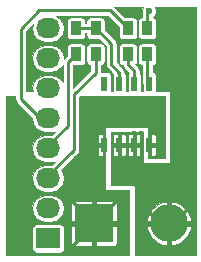
<source format=gtl>
G04 #@! TF.FileFunction,Copper,L1,Top,Signal*
%FSLAX46Y46*%
G04 Gerber Fmt 4.6, Leading zero omitted, Abs format (unit mm)*
G04 Created by KiCad (PCBNEW (2015-07-02 BZR 5871, Git 766da1e)-product) date 7/17/2015 2:49:37 PM*
%MOMM*%
G01*
G04 APERTURE LIST*
%ADD10C,0.100000*%
%ADD11R,0.510000X1.300000*%
%ADD12R,0.900000X1.200000*%
%ADD13R,2.032000X1.727200*%
%ADD14O,2.032000X1.727200*%
%ADD15R,3.200000X3.200000*%
%ADD16O,3.200000X3.200000*%
%ADD17C,0.600000*%
%ADD18C,1.000000*%
%ADD19C,0.400000*%
%ADD20C,0.250000*%
%ADD21C,0.125000*%
G04 APERTURE END LIST*
D10*
D11*
X162604100Y-106966780D03*
X161334100Y-106966780D03*
X160064100Y-106966780D03*
X158794100Y-106966780D03*
X158794100Y-112166780D03*
X160064100Y-112166780D03*
X161334100Y-112166780D03*
X162604100Y-112166780D03*
D12*
X162433000Y-102278000D03*
X162433000Y-104478000D03*
X160782000Y-102278000D03*
X160782000Y-104478000D03*
D13*
X154051000Y-120078500D03*
D14*
X154051000Y-117538500D03*
X154051000Y-114998500D03*
X154051000Y-112458500D03*
X154051000Y-109918500D03*
X154051000Y-107378500D03*
X154051000Y-104838500D03*
X154051000Y-102298500D03*
D12*
X156400500Y-104478000D03*
X156400500Y-102278000D03*
X158051500Y-104478000D03*
X158051500Y-102278000D03*
D15*
X157924500Y-118808500D03*
D16*
X164274500Y-118808500D03*
D17*
X161798000Y-116586000D03*
X163004500Y-116840000D03*
X163830000Y-116141500D03*
X162623500Y-116141500D03*
D18*
X165417500Y-115062000D03*
X165417500Y-113792000D03*
X165417500Y-116332000D03*
D19*
X164719000Y-115697000D03*
X164744400Y-114427000D03*
D17*
X163893500Y-114744500D03*
X162623500Y-114789320D03*
X166103300Y-117284500D03*
X165912800Y-120523000D03*
X164287200Y-121031000D03*
X162699700Y-120548400D03*
X162026600Y-118821200D03*
X162115500Y-117449600D03*
D19*
X161493200Y-114782600D03*
X162636200Y-113868200D03*
X161925000Y-111125000D03*
X161925000Y-112141000D03*
X161340800Y-111125000D03*
X161353500Y-113284000D03*
X161925000Y-113284000D03*
X161334100Y-112166780D03*
D18*
X165417500Y-112522000D03*
X165417500Y-102362000D03*
X165417500Y-103632000D03*
X164147500Y-102362000D03*
X165417500Y-104902000D03*
X164147500Y-103632000D03*
X164147500Y-104902000D03*
X165417500Y-106172000D03*
X164147500Y-106172000D03*
X165417500Y-107442000D03*
X165417500Y-109982000D03*
X165417500Y-111252000D03*
X165417500Y-108712000D03*
D17*
X155638500Y-118795800D03*
X155638500Y-117602000D03*
X160248600Y-118808500D03*
X160210500Y-117665500D03*
X157924500Y-116497100D03*
X156845000Y-116522500D03*
X160210500Y-116522500D03*
X159067500Y-116459000D03*
X158369000Y-114808000D03*
X157543500Y-115379500D03*
X156464000Y-115379500D03*
X156464000Y-114363500D03*
X156464000Y-113347500D03*
X157543500Y-114363500D03*
X155790900Y-120954800D03*
X160147000Y-120954800D03*
X155752800Y-116586000D03*
X157924500Y-121081800D03*
D19*
X158178500Y-108648500D03*
X158178500Y-110045500D03*
D18*
X158813500Y-109347000D03*
D19*
X156908500Y-108648500D03*
X159448500Y-110045500D03*
D18*
X160083500Y-109347000D03*
D19*
X159448500Y-108648500D03*
X158794100Y-112166780D03*
D17*
X157543500Y-112331500D03*
X157543500Y-111379000D03*
D18*
X157543500Y-109347000D03*
D17*
X157543500Y-110426500D03*
X157543500Y-113347500D03*
X162560000Y-100838000D03*
D20*
X162623500Y-116141500D02*
X162242500Y-116141500D01*
X162242500Y-116141500D02*
X161798000Y-116586000D01*
X163830000Y-116141500D02*
X162623500Y-116141500D01*
X165417500Y-115062000D02*
X165417500Y-113792000D01*
X165417500Y-116332000D02*
X165417500Y-115062000D01*
X165404800Y-115697000D02*
X164719000Y-115697000D01*
X165417500Y-115684300D02*
X165404800Y-115697000D01*
X165417500Y-115684300D02*
X165417500Y-115062000D01*
X165417500Y-113792000D02*
X165417500Y-114058700D01*
X165417500Y-114058700D02*
X165049200Y-114427000D01*
X165049200Y-114427000D02*
X164744400Y-114427000D01*
X162623500Y-114789320D02*
X163848680Y-114789320D01*
X163848680Y-114789320D02*
X163893500Y-114744500D01*
X162623500Y-114789320D02*
X162623500Y-114808000D01*
X164274500Y-118808500D02*
X164579300Y-118808500D01*
X164579300Y-118808500D02*
X166103300Y-117284500D01*
X164287200Y-121031000D02*
X163182300Y-121031000D01*
X163182300Y-121031000D02*
X162699700Y-120548400D01*
X164274500Y-118808500D02*
X163474400Y-118808500D01*
X163474400Y-118808500D02*
X162115500Y-117449600D01*
X162623500Y-114808000D02*
X162623500Y-113880900D01*
X162623500Y-113880900D02*
X162636200Y-113868200D01*
X161340800Y-111125000D02*
X161925000Y-111125000D01*
X161925000Y-111125000D02*
X161925000Y-112141000D01*
X161334100Y-112166780D02*
X161334100Y-113264600D01*
X161334100Y-113264600D02*
X161353500Y-113284000D01*
X161925000Y-113284000D02*
X161925000Y-112141000D01*
X161899220Y-112166780D02*
X161925000Y-112141000D01*
X161899220Y-112166780D02*
X161334100Y-112166780D01*
X165417500Y-113792000D02*
X165417500Y-112522000D01*
X164147500Y-102362000D02*
X165417500Y-102362000D01*
X165417500Y-102362000D02*
X165417500Y-103632000D01*
X164147500Y-103632000D02*
X165417500Y-103632000D01*
X165417500Y-103632000D02*
X165417500Y-104902000D01*
X165417500Y-104902000D02*
X164147500Y-104902000D01*
X165417500Y-106172000D02*
X164147500Y-106172000D01*
X165417500Y-106172000D02*
X165417500Y-107442000D01*
X165417500Y-108712000D02*
X165417500Y-109982000D01*
X165417500Y-111252000D02*
X165417500Y-112522000D01*
X164274500Y-115506500D02*
X165417500Y-114363500D01*
X164274500Y-115506500D02*
X164274500Y-118808500D01*
X165417500Y-114363500D02*
X165417500Y-112522000D01*
X165417500Y-109982000D02*
X165417500Y-111252000D01*
X165417500Y-107442000D02*
X165417500Y-108712000D01*
X165417500Y-104902000D02*
X165417500Y-106172000D01*
X164274500Y-118808500D02*
X164211000Y-118808500D01*
X160248600Y-118808500D02*
X160248600Y-117703600D01*
X157924500Y-118808500D02*
X160248600Y-118808500D01*
X160248600Y-117703600D02*
X160210500Y-117665500D01*
X157924500Y-118808500D02*
X160210500Y-116522500D01*
X157543500Y-114363500D02*
X157924500Y-114363500D01*
X157924500Y-114363500D02*
X158369000Y-114808000D01*
X157543500Y-115379500D02*
X157543500Y-114363500D01*
X156464000Y-113347500D02*
X156464000Y-114363500D01*
X156464000Y-114363500D02*
X157543500Y-114363500D01*
X157924500Y-118808500D02*
X157924500Y-118821200D01*
X157924500Y-118821200D02*
X155790900Y-120954800D01*
X157924500Y-118808500D02*
X157924500Y-118757700D01*
X157924500Y-118757700D02*
X155752800Y-116586000D01*
X157924500Y-118808500D02*
X157924500Y-121081800D01*
X158178500Y-108648500D02*
X158178500Y-110045500D01*
X156908500Y-108648500D02*
X158178500Y-108648500D01*
X158178500Y-109347000D02*
X158178500Y-108648500D01*
X158178500Y-109347000D02*
X158813500Y-109347000D01*
X159448500Y-108648500D02*
X159448500Y-110045500D01*
X159448500Y-109347000D02*
X159448500Y-110045500D01*
X160083500Y-109347000D02*
X158813500Y-109347000D01*
X160083500Y-109347000D02*
X159448500Y-109347000D01*
X158794100Y-109366400D02*
X158794100Y-112166780D01*
X158813500Y-109347000D02*
X158794100Y-109366400D01*
X156591000Y-115443000D02*
X156591000Y-113919000D01*
X157543500Y-114363500D02*
X157543500Y-114490500D01*
X157543500Y-109347000D02*
X157543500Y-113347500D01*
X158813500Y-109347000D02*
X157543500Y-109347000D01*
X157543500Y-114490500D02*
X156591000Y-115443000D01*
X157543500Y-112966500D02*
X157543500Y-110426500D01*
X156591000Y-113919000D02*
X157543500Y-112966500D01*
X157543500Y-111379000D02*
X157543500Y-110426500D01*
X157543500Y-112331500D02*
X157543500Y-111379000D01*
X162433000Y-100965000D02*
X162433000Y-102278000D01*
X162560000Y-100838000D02*
X162433000Y-100965000D01*
X154051000Y-107378500D02*
X154157500Y-107378500D01*
X162433000Y-104478000D02*
X162433000Y-106795680D01*
X162433000Y-106795680D02*
X162604100Y-106966780D01*
X160782000Y-104478000D02*
X160782000Y-105346500D01*
X161334100Y-105898600D02*
X161334100Y-106966780D01*
X160782000Y-105346500D02*
X161334100Y-105898600D01*
X161334100Y-106445400D02*
X161334100Y-106966780D01*
X156400500Y-102278000D02*
X158051500Y-102278000D01*
X158051500Y-102278000D02*
X159385000Y-103611500D01*
X159385000Y-103611500D02*
X159385000Y-105346500D01*
X159385000Y-105346500D02*
X160064100Y-106025600D01*
X160064100Y-106025600D02*
X160064100Y-106966780D01*
X154051000Y-112458500D02*
X154051000Y-112204500D01*
X154051000Y-112204500D02*
X155702000Y-110553500D01*
X155702000Y-110553500D02*
X155702000Y-105176500D01*
X155702000Y-105176500D02*
X156400500Y-104478000D01*
X154051000Y-109918500D02*
X153352500Y-109918500D01*
X153352500Y-109918500D02*
X151701500Y-108267500D01*
X151701500Y-108267500D02*
X151701500Y-102362000D01*
X151701500Y-102362000D02*
X153289000Y-100774500D01*
X153289000Y-100774500D02*
X159278500Y-100774500D01*
X159278500Y-100774500D02*
X160782000Y-102278000D01*
X154051000Y-114998500D02*
X154051000Y-114744500D01*
X154051000Y-114744500D02*
X156210000Y-112585500D01*
X158051500Y-106045000D02*
X158051500Y-104478000D01*
X156210000Y-107886500D02*
X158051500Y-106045000D01*
X156210000Y-112585500D02*
X156210000Y-107886500D01*
X154051000Y-114998500D02*
X154241500Y-114998500D01*
D21*
G36*
X151260000Y-108267495D02*
X151259999Y-108267500D01*
X151293607Y-108436455D01*
X151389312Y-108579688D01*
X152698323Y-109888698D01*
X152692395Y-109918500D01*
X152782225Y-110370105D01*
X153038038Y-110752957D01*
X153420890Y-111008770D01*
X153872495Y-111098600D01*
X154229505Y-111098600D01*
X154607765Y-111023359D01*
X154332281Y-111298843D01*
X154229505Y-111278400D01*
X153872495Y-111278400D01*
X153420890Y-111368230D01*
X153038038Y-111624043D01*
X152782225Y-112006895D01*
X152692395Y-112458500D01*
X152782225Y-112910105D01*
X153038038Y-113292957D01*
X153420890Y-113548770D01*
X153872495Y-113638600D01*
X154229505Y-113638600D01*
X154607765Y-113563359D01*
X154332281Y-113838843D01*
X154229505Y-113818400D01*
X153872495Y-113818400D01*
X153420890Y-113908230D01*
X153038038Y-114164043D01*
X152782225Y-114546895D01*
X152692395Y-114998500D01*
X152782225Y-115450105D01*
X153038038Y-115832957D01*
X153420890Y-116088770D01*
X153872495Y-116178600D01*
X154229505Y-116178600D01*
X154681110Y-116088770D01*
X155063962Y-115832957D01*
X155319775Y-115450105D01*
X155409605Y-114998500D01*
X155319775Y-114546895D01*
X155140815Y-114279061D01*
X156522188Y-112897688D01*
X156617893Y-112754455D01*
X156651500Y-112585500D01*
X156651500Y-112358280D01*
X158301725Y-112358280D01*
X158222600Y-112437405D01*
X158222600Y-112879736D01*
X158270784Y-112996063D01*
X158359817Y-113085096D01*
X158476144Y-113133280D01*
X158587475Y-113133280D01*
X158666600Y-113054155D01*
X158666600Y-112358280D01*
X158301725Y-112358280D01*
X156651500Y-112358280D01*
X156651500Y-111200280D01*
X158476144Y-111200280D01*
X158359817Y-111248464D01*
X158270784Y-111337497D01*
X158222600Y-111453824D01*
X158222600Y-111896155D01*
X158301725Y-111975280D01*
X158666600Y-111975280D01*
X158666600Y-111279405D01*
X158587475Y-111200280D01*
X158476144Y-111200280D01*
X156651500Y-111200280D01*
X156651500Y-108069376D01*
X156708376Y-108012500D01*
X163894500Y-108012500D01*
X163894500Y-113285000D01*
X162495500Y-113285000D01*
X162495500Y-112358280D01*
X162731600Y-112358280D01*
X162731600Y-113054155D01*
X162810725Y-113133280D01*
X162922056Y-113133280D01*
X163038383Y-113085096D01*
X163127416Y-112996063D01*
X163175600Y-112879736D01*
X163175600Y-112437405D01*
X163096475Y-112358280D01*
X162731600Y-112358280D01*
X162495500Y-112358280D01*
X162495500Y-111200280D01*
X162810725Y-111200280D01*
X162731600Y-111279405D01*
X162731600Y-111975280D01*
X163096475Y-111975280D01*
X163175600Y-111896155D01*
X163175600Y-111453824D01*
X163127416Y-111337497D01*
X163038383Y-111248464D01*
X162922056Y-111200280D01*
X162810725Y-111200280D01*
X162495500Y-111200280D01*
X162495500Y-110680500D01*
X162490742Y-110656582D01*
X162477194Y-110636306D01*
X162456918Y-110622758D01*
X162433000Y-110618000D01*
X162050851Y-110618000D01*
X162028189Y-110608590D01*
X161822713Y-110608410D01*
X161799503Y-110618000D01*
X161466651Y-110618000D01*
X161443989Y-110608590D01*
X161238513Y-110608410D01*
X161215303Y-110618000D01*
X158940500Y-110618000D01*
X158916582Y-110622758D01*
X158896306Y-110636306D01*
X158882758Y-110656582D01*
X158878000Y-110680500D01*
X158878000Y-115951000D01*
X158882758Y-115974918D01*
X158896306Y-115995194D01*
X158916582Y-116008742D01*
X158940500Y-116013500D01*
X160910000Y-116013500D01*
X160910000Y-121476500D01*
X150430792Y-121476500D01*
X150442868Y-118892199D01*
X153035000Y-118892199D01*
X152914320Y-118915614D01*
X152808253Y-118985289D01*
X152737252Y-119090473D01*
X152712299Y-119214900D01*
X152712299Y-120942100D01*
X152735714Y-121062780D01*
X152805389Y-121168847D01*
X152910573Y-121239848D01*
X153035000Y-121264801D01*
X155067000Y-121264801D01*
X155187680Y-121241386D01*
X155293747Y-121171711D01*
X155364748Y-121066527D01*
X155389701Y-120942100D01*
X155389701Y-119214900D01*
X155366286Y-119094220D01*
X155304394Y-119000000D01*
X156087125Y-119000000D01*
X156008000Y-119079125D01*
X156008000Y-120471456D01*
X156056184Y-120587783D01*
X156145217Y-120676816D01*
X156261544Y-120725000D01*
X157653875Y-120725000D01*
X157733000Y-120645875D01*
X157733000Y-119000000D01*
X158116000Y-119000000D01*
X157733000Y-119000000D01*
X157733000Y-119000000D01*
X158116000Y-119000000D01*
X158116000Y-120645875D01*
X158195125Y-120725000D01*
X159587456Y-120725000D01*
X159703783Y-120676816D01*
X159792816Y-120587783D01*
X159841000Y-120471456D01*
X159841000Y-119079125D01*
X159761875Y-119000000D01*
X158116000Y-119000000D01*
X157733000Y-119000000D01*
X157733000Y-119000000D01*
X156087125Y-119000000D01*
X155304394Y-119000000D01*
X155296611Y-118988153D01*
X155191427Y-118917152D01*
X155067000Y-118892199D01*
X153035000Y-118892199D01*
X150442868Y-118892199D01*
X150454708Y-116358400D01*
X153872495Y-116358400D01*
X153420890Y-116448230D01*
X153038038Y-116704043D01*
X152782225Y-117086895D01*
X152692395Y-117538500D01*
X152782225Y-117990105D01*
X153038038Y-118372957D01*
X153420890Y-118628770D01*
X153872495Y-118718600D01*
X154229505Y-118718600D01*
X154681110Y-118628770D01*
X155063962Y-118372957D01*
X155319775Y-117990105D01*
X155409605Y-117538500D01*
X155319775Y-117086895D01*
X155189551Y-116892000D01*
X156261544Y-116892000D01*
X156145217Y-116940184D01*
X156056184Y-117029217D01*
X156008000Y-117145544D01*
X156008000Y-118537875D01*
X156087125Y-118617000D01*
X157733000Y-118617000D01*
X157733000Y-116971125D01*
X157653875Y-116892000D01*
X158195125Y-116892000D01*
X157653875Y-116892000D01*
X157653875Y-116892000D01*
X158195125Y-116892000D01*
X158116000Y-116971125D01*
X158116000Y-118617000D01*
X159761875Y-118617000D01*
X159841000Y-118537875D01*
X159841000Y-117145544D01*
X159792816Y-117029217D01*
X159703783Y-116940184D01*
X159587456Y-116892000D01*
X158195125Y-116892000D01*
X157653875Y-116892000D01*
X157653875Y-116892000D01*
X156261544Y-116892000D01*
X155189551Y-116892000D01*
X155063962Y-116704043D01*
X154681110Y-116448230D01*
X154229505Y-116358400D01*
X153872495Y-116358400D01*
X150454708Y-116358400D01*
X150493708Y-108012500D01*
X151260000Y-108012500D01*
X151260000Y-108267495D01*
X151260000Y-108267495D01*
G37*
X151260000Y-108267495D02*
X151259999Y-108267500D01*
X151293607Y-108436455D01*
X151389312Y-108579688D01*
X152698323Y-109888698D01*
X152692395Y-109918500D01*
X152782225Y-110370105D01*
X153038038Y-110752957D01*
X153420890Y-111008770D01*
X153872495Y-111098600D01*
X154229505Y-111098600D01*
X154607765Y-111023359D01*
X154332281Y-111298843D01*
X154229505Y-111278400D01*
X153872495Y-111278400D01*
X153420890Y-111368230D01*
X153038038Y-111624043D01*
X152782225Y-112006895D01*
X152692395Y-112458500D01*
X152782225Y-112910105D01*
X153038038Y-113292957D01*
X153420890Y-113548770D01*
X153872495Y-113638600D01*
X154229505Y-113638600D01*
X154607765Y-113563359D01*
X154332281Y-113838843D01*
X154229505Y-113818400D01*
X153872495Y-113818400D01*
X153420890Y-113908230D01*
X153038038Y-114164043D01*
X152782225Y-114546895D01*
X152692395Y-114998500D01*
X152782225Y-115450105D01*
X153038038Y-115832957D01*
X153420890Y-116088770D01*
X153872495Y-116178600D01*
X154229505Y-116178600D01*
X154681110Y-116088770D01*
X155063962Y-115832957D01*
X155319775Y-115450105D01*
X155409605Y-114998500D01*
X155319775Y-114546895D01*
X155140815Y-114279061D01*
X156522188Y-112897688D01*
X156617893Y-112754455D01*
X156651500Y-112585500D01*
X156651500Y-112358280D01*
X158301725Y-112358280D01*
X158222600Y-112437405D01*
X158222600Y-112879736D01*
X158270784Y-112996063D01*
X158359817Y-113085096D01*
X158476144Y-113133280D01*
X158587475Y-113133280D01*
X158666600Y-113054155D01*
X158666600Y-112358280D01*
X158301725Y-112358280D01*
X156651500Y-112358280D01*
X156651500Y-111200280D01*
X158476144Y-111200280D01*
X158359817Y-111248464D01*
X158270784Y-111337497D01*
X158222600Y-111453824D01*
X158222600Y-111896155D01*
X158301725Y-111975280D01*
X158666600Y-111975280D01*
X158666600Y-111279405D01*
X158587475Y-111200280D01*
X158476144Y-111200280D01*
X156651500Y-111200280D01*
X156651500Y-108069376D01*
X156708376Y-108012500D01*
X163894500Y-108012500D01*
X163894500Y-113285000D01*
X162495500Y-113285000D01*
X162495500Y-112358280D01*
X162731600Y-112358280D01*
X162731600Y-113054155D01*
X162810725Y-113133280D01*
X162922056Y-113133280D01*
X163038383Y-113085096D01*
X163127416Y-112996063D01*
X163175600Y-112879736D01*
X163175600Y-112437405D01*
X163096475Y-112358280D01*
X162731600Y-112358280D01*
X162495500Y-112358280D01*
X162495500Y-111200280D01*
X162810725Y-111200280D01*
X162731600Y-111279405D01*
X162731600Y-111975280D01*
X163096475Y-111975280D01*
X163175600Y-111896155D01*
X163175600Y-111453824D01*
X163127416Y-111337497D01*
X163038383Y-111248464D01*
X162922056Y-111200280D01*
X162810725Y-111200280D01*
X162495500Y-111200280D01*
X162495500Y-110680500D01*
X162490742Y-110656582D01*
X162477194Y-110636306D01*
X162456918Y-110622758D01*
X162433000Y-110618000D01*
X162050851Y-110618000D01*
X162028189Y-110608590D01*
X161822713Y-110608410D01*
X161799503Y-110618000D01*
X161466651Y-110618000D01*
X161443989Y-110608590D01*
X161238513Y-110608410D01*
X161215303Y-110618000D01*
X158940500Y-110618000D01*
X158916582Y-110622758D01*
X158896306Y-110636306D01*
X158882758Y-110656582D01*
X158878000Y-110680500D01*
X158878000Y-115951000D01*
X158882758Y-115974918D01*
X158896306Y-115995194D01*
X158916582Y-116008742D01*
X158940500Y-116013500D01*
X160910000Y-116013500D01*
X160910000Y-121476500D01*
X150430792Y-121476500D01*
X150442868Y-118892199D01*
X153035000Y-118892199D01*
X152914320Y-118915614D01*
X152808253Y-118985289D01*
X152737252Y-119090473D01*
X152712299Y-119214900D01*
X152712299Y-120942100D01*
X152735714Y-121062780D01*
X152805389Y-121168847D01*
X152910573Y-121239848D01*
X153035000Y-121264801D01*
X155067000Y-121264801D01*
X155187680Y-121241386D01*
X155293747Y-121171711D01*
X155364748Y-121066527D01*
X155389701Y-120942100D01*
X155389701Y-119214900D01*
X155366286Y-119094220D01*
X155304394Y-119000000D01*
X156087125Y-119000000D01*
X156008000Y-119079125D01*
X156008000Y-120471456D01*
X156056184Y-120587783D01*
X156145217Y-120676816D01*
X156261544Y-120725000D01*
X157653875Y-120725000D01*
X157733000Y-120645875D01*
X157733000Y-119000000D01*
X158116000Y-119000000D01*
X157733000Y-119000000D01*
X157733000Y-119000000D01*
X158116000Y-119000000D01*
X158116000Y-120645875D01*
X158195125Y-120725000D01*
X159587456Y-120725000D01*
X159703783Y-120676816D01*
X159792816Y-120587783D01*
X159841000Y-120471456D01*
X159841000Y-119079125D01*
X159761875Y-119000000D01*
X158116000Y-119000000D01*
X157733000Y-119000000D01*
X157733000Y-119000000D01*
X156087125Y-119000000D01*
X155304394Y-119000000D01*
X155296611Y-118988153D01*
X155191427Y-118917152D01*
X155067000Y-118892199D01*
X153035000Y-118892199D01*
X150442868Y-118892199D01*
X150454708Y-116358400D01*
X153872495Y-116358400D01*
X153420890Y-116448230D01*
X153038038Y-116704043D01*
X152782225Y-117086895D01*
X152692395Y-117538500D01*
X152782225Y-117990105D01*
X153038038Y-118372957D01*
X153420890Y-118628770D01*
X153872495Y-118718600D01*
X154229505Y-118718600D01*
X154681110Y-118628770D01*
X155063962Y-118372957D01*
X155319775Y-117990105D01*
X155409605Y-117538500D01*
X155319775Y-117086895D01*
X155189551Y-116892000D01*
X156261544Y-116892000D01*
X156145217Y-116940184D01*
X156056184Y-117029217D01*
X156008000Y-117145544D01*
X156008000Y-118537875D01*
X156087125Y-118617000D01*
X157733000Y-118617000D01*
X157733000Y-116971125D01*
X157653875Y-116892000D01*
X158195125Y-116892000D01*
X157653875Y-116892000D01*
X157653875Y-116892000D01*
X158195125Y-116892000D01*
X158116000Y-116971125D01*
X158116000Y-118617000D01*
X159761875Y-118617000D01*
X159841000Y-118537875D01*
X159841000Y-117145544D01*
X159792816Y-117029217D01*
X159703783Y-116940184D01*
X159587456Y-116892000D01*
X158195125Y-116892000D01*
X157653875Y-116892000D01*
X157653875Y-116892000D01*
X156261544Y-116892000D01*
X155189551Y-116892000D01*
X155063962Y-116704043D01*
X154681110Y-116448230D01*
X154229505Y-116358400D01*
X153872495Y-116358400D01*
X150454708Y-116358400D01*
X150493708Y-108012500D01*
X151260000Y-108012500D01*
X151260000Y-108267495D01*
G36*
X166561500Y-121476500D02*
X161352500Y-121476500D01*
X161352500Y-119000000D01*
X162446705Y-119000000D01*
X162421015Y-119295950D01*
X162748642Y-119968143D01*
X163308567Y-120463791D01*
X163787052Y-120661974D01*
X164083000Y-120635868D01*
X164083000Y-119000000D01*
X164466000Y-119000000D01*
X164466000Y-120635868D01*
X164761948Y-120661974D01*
X165240433Y-120463791D01*
X165800358Y-119968143D01*
X166127985Y-119295950D01*
X166102295Y-119000000D01*
X164466000Y-119000000D01*
X164083000Y-119000000D01*
X164083000Y-119000000D01*
X162446705Y-119000000D01*
X161352500Y-119000000D01*
X161352500Y-117153209D01*
X163308567Y-117153209D01*
X162748642Y-117648857D01*
X162421015Y-118321050D01*
X162446705Y-118617000D01*
X164083000Y-118617000D01*
X164083000Y-116981132D01*
X164466000Y-116981132D01*
X164466000Y-118617000D01*
X166102295Y-118617000D01*
X166127985Y-118321050D01*
X165800358Y-117648857D01*
X165240433Y-117153209D01*
X164761948Y-116955026D01*
X164466000Y-116981132D01*
X164083000Y-116981132D01*
X164083000Y-116981132D01*
X163787052Y-116955026D01*
X163308567Y-117153209D01*
X161352500Y-117153209D01*
X161352500Y-115633500D01*
X161347742Y-115609582D01*
X161334194Y-115589306D01*
X161313918Y-115575758D01*
X161290000Y-115571000D01*
X159320500Y-115571000D01*
X159320500Y-112980240D01*
X159346848Y-112941207D01*
X159371801Y-112816780D01*
X159371801Y-112358280D01*
X159571725Y-112358280D01*
X159492600Y-112437405D01*
X159492600Y-112879736D01*
X159540784Y-112996063D01*
X159629817Y-113085096D01*
X159746144Y-113133280D01*
X159857475Y-113133280D01*
X159936600Y-113054155D01*
X159936600Y-112358280D01*
X160191600Y-112358280D01*
X160191600Y-113054155D01*
X160270725Y-113133280D01*
X160382056Y-113133280D01*
X160498383Y-113085096D01*
X160587416Y-112996063D01*
X160635600Y-112879736D01*
X160635600Y-112437405D01*
X160556475Y-112358280D01*
X160841725Y-112358280D01*
X160762600Y-112437405D01*
X160762600Y-112879736D01*
X160810784Y-112996063D01*
X160899817Y-113085096D01*
X161016144Y-113133280D01*
X161127475Y-113133280D01*
X161206600Y-113054155D01*
X161206600Y-112358280D01*
X161461600Y-112358280D01*
X161206600Y-112358280D01*
X161206600Y-112358280D01*
X161461600Y-112358280D01*
X161461600Y-113054155D01*
X161540725Y-113133280D01*
X161652056Y-113133280D01*
X161768383Y-113085096D01*
X161857416Y-112996063D01*
X161905600Y-112879736D01*
X161905600Y-112437405D01*
X161826475Y-112358280D01*
X161461600Y-112358280D01*
X161206600Y-112358280D01*
X161206600Y-112358280D01*
X160841725Y-112358280D01*
X160556475Y-112358280D01*
X160556475Y-112358280D01*
X160191600Y-112358280D01*
X159936600Y-112358280D01*
X159936600Y-112358280D01*
X159571725Y-112358280D01*
X159371801Y-112358280D01*
X159371801Y-111516780D01*
X159348386Y-111396100D01*
X159320500Y-111353649D01*
X159320500Y-111200280D01*
X159746144Y-111200280D01*
X159629817Y-111248464D01*
X159540784Y-111337497D01*
X159492600Y-111453824D01*
X159492600Y-111896155D01*
X159571725Y-111975280D01*
X159936600Y-111975280D01*
X159936600Y-111279405D01*
X159857475Y-111200280D01*
X160270725Y-111200280D01*
X159857475Y-111200280D01*
X159857475Y-111200280D01*
X160270725Y-111200280D01*
X160191600Y-111279405D01*
X160191600Y-111975280D01*
X160556475Y-111975280D01*
X160635600Y-111896155D01*
X160635600Y-111453824D01*
X160587416Y-111337497D01*
X160498383Y-111248464D01*
X160382056Y-111200280D01*
X161016144Y-111200280D01*
X160382056Y-111200280D01*
X160382056Y-111200280D01*
X161016144Y-111200280D01*
X160899817Y-111248464D01*
X160810784Y-111337497D01*
X160762600Y-111453824D01*
X160762600Y-111896155D01*
X160841725Y-111975280D01*
X161206600Y-111975280D01*
X161206600Y-111279405D01*
X161127475Y-111200280D01*
X161540725Y-111200280D01*
X161127475Y-111200280D01*
X161127475Y-111200280D01*
X161540725Y-111200280D01*
X161461600Y-111279405D01*
X161461600Y-111975280D01*
X161826475Y-111975280D01*
X161905600Y-111896155D01*
X161905600Y-111453824D01*
X161857416Y-111337497D01*
X161768383Y-111248464D01*
X161652056Y-111200280D01*
X161540725Y-111200280D01*
X161127475Y-111200280D01*
X161127475Y-111200280D01*
X161016144Y-111200280D01*
X160382056Y-111200280D01*
X160382056Y-111200280D01*
X160270725Y-111200280D01*
X159857475Y-111200280D01*
X159857475Y-111200280D01*
X159746144Y-111200280D01*
X159320500Y-111200280D01*
X159320500Y-111060500D01*
X162053000Y-111060500D01*
X162053000Y-111389912D01*
X162051352Y-111392353D01*
X162026399Y-111516780D01*
X162026399Y-112816780D01*
X162049814Y-112937460D01*
X162053000Y-112942310D01*
X162053000Y-113665000D01*
X162057758Y-113688918D01*
X162071306Y-113709194D01*
X162091582Y-113722742D01*
X162115500Y-113727500D01*
X164274500Y-113727500D01*
X164298418Y-113722742D01*
X164318694Y-113709194D01*
X164332242Y-113688918D01*
X164337000Y-113665000D01*
X164337000Y-107632500D01*
X164332242Y-107608582D01*
X164318694Y-107588306D01*
X164298418Y-107574758D01*
X164274500Y-107570000D01*
X163181801Y-107570000D01*
X163181801Y-106316780D01*
X163158386Y-106196100D01*
X163088711Y-106090033D01*
X162983527Y-106019032D01*
X162874500Y-105997167D01*
X162874500Y-105400701D01*
X162883000Y-105400701D01*
X163003680Y-105377286D01*
X163109747Y-105307611D01*
X163180748Y-105202427D01*
X163205701Y-105078000D01*
X163205701Y-103878000D01*
X163182286Y-103757320D01*
X163112611Y-103651253D01*
X163007427Y-103580252D01*
X162883000Y-103555299D01*
X161983000Y-103555299D01*
X161862320Y-103578714D01*
X161756253Y-103648389D01*
X161685252Y-103753573D01*
X161660299Y-103878000D01*
X161660299Y-105078000D01*
X161683714Y-105198680D01*
X161753389Y-105304747D01*
X161858573Y-105375748D01*
X161983000Y-105400701D01*
X161991500Y-105400701D01*
X161991500Y-106795675D01*
X161991499Y-106795680D01*
X162025107Y-106964635D01*
X162026399Y-106966569D01*
X162026399Y-107570000D01*
X161911801Y-107570000D01*
X161911801Y-106316780D01*
X161888386Y-106196100D01*
X161818711Y-106090033D01*
X161775600Y-106060932D01*
X161775600Y-105898600D01*
X161741993Y-105729645D01*
X161646288Y-105586412D01*
X161646285Y-105586410D01*
X161403668Y-105343792D01*
X161458747Y-105307611D01*
X161529748Y-105202427D01*
X161554701Y-105078000D01*
X161554701Y-103878000D01*
X161531286Y-103757320D01*
X161461611Y-103651253D01*
X161356427Y-103580252D01*
X161232000Y-103555299D01*
X160332000Y-103555299D01*
X160211320Y-103578714D01*
X160105253Y-103648389D01*
X160034252Y-103753573D01*
X160009299Y-103878000D01*
X160009299Y-105078000D01*
X160032714Y-105198680D01*
X160102389Y-105304747D01*
X160207573Y-105375748D01*
X160332000Y-105400701D01*
X160351280Y-105400701D01*
X160374107Y-105515455D01*
X160469812Y-105658688D01*
X160880080Y-106068955D01*
X160852353Y-106087169D01*
X160781352Y-106192353D01*
X160756399Y-106316780D01*
X160756399Y-107570000D01*
X160641801Y-107570000D01*
X160641801Y-106316780D01*
X160618386Y-106196100D01*
X160548711Y-106090033D01*
X160505600Y-106060932D01*
X160505600Y-106025600D01*
X160471993Y-105856645D01*
X160376288Y-105713412D01*
X160376285Y-105713410D01*
X159826500Y-105163624D01*
X159826500Y-103611505D01*
X159826501Y-103611500D01*
X159792893Y-103442545D01*
X159756962Y-103388770D01*
X159697188Y-103299312D01*
X159697185Y-103299310D01*
X158824201Y-102426325D01*
X158824201Y-101678000D01*
X158800786Y-101557320D01*
X158731111Y-101451253D01*
X158625927Y-101380252D01*
X158501500Y-101355299D01*
X157601500Y-101355299D01*
X157480820Y-101378714D01*
X157374753Y-101448389D01*
X157303752Y-101553573D01*
X157278799Y-101678000D01*
X157278799Y-101836500D01*
X157173201Y-101836500D01*
X157173201Y-101678000D01*
X157149786Y-101557320D01*
X157080111Y-101451253D01*
X156974927Y-101380252D01*
X156850500Y-101355299D01*
X155950500Y-101355299D01*
X155829820Y-101378714D01*
X155723753Y-101448389D01*
X155652752Y-101553573D01*
X155627799Y-101678000D01*
X155627799Y-102878000D01*
X155651214Y-102998680D01*
X155720889Y-103104747D01*
X155826073Y-103175748D01*
X155950500Y-103200701D01*
X156850500Y-103200701D01*
X156971180Y-103177286D01*
X157077247Y-103107611D01*
X157148248Y-103002427D01*
X157173201Y-102878000D01*
X157173201Y-102719500D01*
X157278799Y-102719500D01*
X157278799Y-102878000D01*
X157302214Y-102998680D01*
X157371889Y-103104747D01*
X157477073Y-103175748D01*
X157601500Y-103200701D01*
X158349825Y-103200701D01*
X158943500Y-103794375D01*
X158943500Y-105346495D01*
X158943499Y-105346500D01*
X158977107Y-105515455D01*
X159072812Y-105658688D01*
X159549687Y-106135562D01*
X159511352Y-106192353D01*
X159486399Y-106316780D01*
X159486399Y-107570000D01*
X159371801Y-107570000D01*
X159371801Y-106316780D01*
X159348386Y-106196100D01*
X159278711Y-106090033D01*
X159173527Y-106019032D01*
X159049100Y-105994079D01*
X158539100Y-105994079D01*
X158493000Y-106003024D01*
X158493000Y-105400701D01*
X158501500Y-105400701D01*
X158622180Y-105377286D01*
X158728247Y-105307611D01*
X158799248Y-105202427D01*
X158824201Y-105078000D01*
X158824201Y-103878000D01*
X158800786Y-103757320D01*
X158731111Y-103651253D01*
X158625927Y-103580252D01*
X158501500Y-103555299D01*
X157601500Y-103555299D01*
X157480820Y-103578714D01*
X157374753Y-103648389D01*
X157303752Y-103753573D01*
X157278799Y-103878000D01*
X157278799Y-105078000D01*
X157302214Y-105198680D01*
X157371889Y-105304747D01*
X157477073Y-105375748D01*
X157601500Y-105400701D01*
X157610000Y-105400701D01*
X157610000Y-105862125D01*
X156143500Y-107328624D01*
X156143500Y-105400701D01*
X156850500Y-105400701D01*
X156971180Y-105377286D01*
X157077247Y-105307611D01*
X157148248Y-105202427D01*
X157173201Y-105078000D01*
X157173201Y-103878000D01*
X157149786Y-103757320D01*
X157080111Y-103651253D01*
X156974927Y-103580252D01*
X156850500Y-103555299D01*
X155950500Y-103555299D01*
X155829820Y-103578714D01*
X155723753Y-103648389D01*
X155652752Y-103753573D01*
X155627799Y-103878000D01*
X155627799Y-104626325D01*
X155408110Y-104846014D01*
X155409605Y-104838500D01*
X155319775Y-104386895D01*
X155063962Y-104004043D01*
X154681110Y-103748230D01*
X154229505Y-103658400D01*
X153872495Y-103658400D01*
X153420890Y-103748230D01*
X153038038Y-104004043D01*
X152782225Y-104386895D01*
X152692395Y-104838500D01*
X152782225Y-105290105D01*
X153038038Y-105672957D01*
X153420890Y-105928770D01*
X153872495Y-106018600D01*
X154229505Y-106018600D01*
X154681110Y-105928770D01*
X155063962Y-105672957D01*
X155260500Y-105378816D01*
X155260500Y-106838184D01*
X155063962Y-106544043D01*
X154681110Y-106288230D01*
X154229505Y-106198400D01*
X153872495Y-106198400D01*
X153420890Y-106288230D01*
X153038038Y-106544043D01*
X152782225Y-106926895D01*
X152692395Y-107378500D01*
X152730487Y-107570000D01*
X152143000Y-107570000D01*
X152143000Y-102544876D01*
X152767636Y-101920240D01*
X152692395Y-102298500D01*
X152782225Y-102750105D01*
X153038038Y-103132957D01*
X153420890Y-103388770D01*
X153872495Y-103478600D01*
X154229505Y-103478600D01*
X154681110Y-103388770D01*
X155063962Y-103132957D01*
X155319775Y-102750105D01*
X155409605Y-102298500D01*
X155319775Y-101846895D01*
X155063962Y-101464043D01*
X154692739Y-101216000D01*
X159095624Y-101216000D01*
X160009299Y-102129675D01*
X160009299Y-102878000D01*
X160032714Y-102998680D01*
X160102389Y-103104747D01*
X160207573Y-103175748D01*
X160332000Y-103200701D01*
X161232000Y-103200701D01*
X161352680Y-103177286D01*
X161458747Y-103107611D01*
X161529748Y-103002427D01*
X161554701Y-102878000D01*
X161554701Y-101678000D01*
X161531286Y-101557320D01*
X161461611Y-101451253D01*
X161356427Y-101380252D01*
X161232000Y-101355299D01*
X160483675Y-101355299D01*
X159590688Y-100462312D01*
X159581241Y-100456000D01*
X162070043Y-100456000D01*
X162037661Y-100488325D01*
X161943607Y-100714833D01*
X161943393Y-100960091D01*
X161991500Y-101076519D01*
X161991500Y-101355299D01*
X161983000Y-101355299D01*
X161862320Y-101378714D01*
X161756253Y-101448389D01*
X161685252Y-101553573D01*
X161660299Y-101678000D01*
X161660299Y-102878000D01*
X161683714Y-102998680D01*
X161753389Y-103104747D01*
X161858573Y-103175748D01*
X161983000Y-103200701D01*
X162883000Y-103200701D01*
X163003680Y-103177286D01*
X163109747Y-103107611D01*
X163180748Y-103002427D01*
X163205701Y-102878000D01*
X163205701Y-101678000D01*
X163182286Y-101557320D01*
X163112611Y-101451253D01*
X163007427Y-101380252D01*
X162909165Y-101360546D01*
X163082339Y-101187675D01*
X163176393Y-100961167D01*
X163176607Y-100715909D01*
X163082948Y-100489237D01*
X163049769Y-100456000D01*
X166561500Y-100456000D01*
X166561500Y-121476500D01*
X166561500Y-121476500D01*
G37*
X166561500Y-121476500D02*
X161352500Y-121476500D01*
X161352500Y-119000000D01*
X162446705Y-119000000D01*
X162421015Y-119295950D01*
X162748642Y-119968143D01*
X163308567Y-120463791D01*
X163787052Y-120661974D01*
X164083000Y-120635868D01*
X164083000Y-119000000D01*
X164466000Y-119000000D01*
X164466000Y-120635868D01*
X164761948Y-120661974D01*
X165240433Y-120463791D01*
X165800358Y-119968143D01*
X166127985Y-119295950D01*
X166102295Y-119000000D01*
X164466000Y-119000000D01*
X164083000Y-119000000D01*
X164083000Y-119000000D01*
X162446705Y-119000000D01*
X161352500Y-119000000D01*
X161352500Y-117153209D01*
X163308567Y-117153209D01*
X162748642Y-117648857D01*
X162421015Y-118321050D01*
X162446705Y-118617000D01*
X164083000Y-118617000D01*
X164083000Y-116981132D01*
X164466000Y-116981132D01*
X164466000Y-118617000D01*
X166102295Y-118617000D01*
X166127985Y-118321050D01*
X165800358Y-117648857D01*
X165240433Y-117153209D01*
X164761948Y-116955026D01*
X164466000Y-116981132D01*
X164083000Y-116981132D01*
X164083000Y-116981132D01*
X163787052Y-116955026D01*
X163308567Y-117153209D01*
X161352500Y-117153209D01*
X161352500Y-115633500D01*
X161347742Y-115609582D01*
X161334194Y-115589306D01*
X161313918Y-115575758D01*
X161290000Y-115571000D01*
X159320500Y-115571000D01*
X159320500Y-112980240D01*
X159346848Y-112941207D01*
X159371801Y-112816780D01*
X159371801Y-112358280D01*
X159571725Y-112358280D01*
X159492600Y-112437405D01*
X159492600Y-112879736D01*
X159540784Y-112996063D01*
X159629817Y-113085096D01*
X159746144Y-113133280D01*
X159857475Y-113133280D01*
X159936600Y-113054155D01*
X159936600Y-112358280D01*
X160191600Y-112358280D01*
X160191600Y-113054155D01*
X160270725Y-113133280D01*
X160382056Y-113133280D01*
X160498383Y-113085096D01*
X160587416Y-112996063D01*
X160635600Y-112879736D01*
X160635600Y-112437405D01*
X160556475Y-112358280D01*
X160841725Y-112358280D01*
X160762600Y-112437405D01*
X160762600Y-112879736D01*
X160810784Y-112996063D01*
X160899817Y-113085096D01*
X161016144Y-113133280D01*
X161127475Y-113133280D01*
X161206600Y-113054155D01*
X161206600Y-112358280D01*
X161461600Y-112358280D01*
X161206600Y-112358280D01*
X161206600Y-112358280D01*
X161461600Y-112358280D01*
X161461600Y-113054155D01*
X161540725Y-113133280D01*
X161652056Y-113133280D01*
X161768383Y-113085096D01*
X161857416Y-112996063D01*
X161905600Y-112879736D01*
X161905600Y-112437405D01*
X161826475Y-112358280D01*
X161461600Y-112358280D01*
X161206600Y-112358280D01*
X161206600Y-112358280D01*
X160841725Y-112358280D01*
X160556475Y-112358280D01*
X160556475Y-112358280D01*
X160191600Y-112358280D01*
X159936600Y-112358280D01*
X159936600Y-112358280D01*
X159571725Y-112358280D01*
X159371801Y-112358280D01*
X159371801Y-111516780D01*
X159348386Y-111396100D01*
X159320500Y-111353649D01*
X159320500Y-111200280D01*
X159746144Y-111200280D01*
X159629817Y-111248464D01*
X159540784Y-111337497D01*
X159492600Y-111453824D01*
X159492600Y-111896155D01*
X159571725Y-111975280D01*
X159936600Y-111975280D01*
X159936600Y-111279405D01*
X159857475Y-111200280D01*
X160270725Y-111200280D01*
X159857475Y-111200280D01*
X159857475Y-111200280D01*
X160270725Y-111200280D01*
X160191600Y-111279405D01*
X160191600Y-111975280D01*
X160556475Y-111975280D01*
X160635600Y-111896155D01*
X160635600Y-111453824D01*
X160587416Y-111337497D01*
X160498383Y-111248464D01*
X160382056Y-111200280D01*
X161016144Y-111200280D01*
X160382056Y-111200280D01*
X160382056Y-111200280D01*
X161016144Y-111200280D01*
X160899817Y-111248464D01*
X160810784Y-111337497D01*
X160762600Y-111453824D01*
X160762600Y-111896155D01*
X160841725Y-111975280D01*
X161206600Y-111975280D01*
X161206600Y-111279405D01*
X161127475Y-111200280D01*
X161540725Y-111200280D01*
X161127475Y-111200280D01*
X161127475Y-111200280D01*
X161540725Y-111200280D01*
X161461600Y-111279405D01*
X161461600Y-111975280D01*
X161826475Y-111975280D01*
X161905600Y-111896155D01*
X161905600Y-111453824D01*
X161857416Y-111337497D01*
X161768383Y-111248464D01*
X161652056Y-111200280D01*
X161540725Y-111200280D01*
X161127475Y-111200280D01*
X161127475Y-111200280D01*
X161016144Y-111200280D01*
X160382056Y-111200280D01*
X160382056Y-111200280D01*
X160270725Y-111200280D01*
X159857475Y-111200280D01*
X159857475Y-111200280D01*
X159746144Y-111200280D01*
X159320500Y-111200280D01*
X159320500Y-111060500D01*
X162053000Y-111060500D01*
X162053000Y-111389912D01*
X162051352Y-111392353D01*
X162026399Y-111516780D01*
X162026399Y-112816780D01*
X162049814Y-112937460D01*
X162053000Y-112942310D01*
X162053000Y-113665000D01*
X162057758Y-113688918D01*
X162071306Y-113709194D01*
X162091582Y-113722742D01*
X162115500Y-113727500D01*
X164274500Y-113727500D01*
X164298418Y-113722742D01*
X164318694Y-113709194D01*
X164332242Y-113688918D01*
X164337000Y-113665000D01*
X164337000Y-107632500D01*
X164332242Y-107608582D01*
X164318694Y-107588306D01*
X164298418Y-107574758D01*
X164274500Y-107570000D01*
X163181801Y-107570000D01*
X163181801Y-106316780D01*
X163158386Y-106196100D01*
X163088711Y-106090033D01*
X162983527Y-106019032D01*
X162874500Y-105997167D01*
X162874500Y-105400701D01*
X162883000Y-105400701D01*
X163003680Y-105377286D01*
X163109747Y-105307611D01*
X163180748Y-105202427D01*
X163205701Y-105078000D01*
X163205701Y-103878000D01*
X163182286Y-103757320D01*
X163112611Y-103651253D01*
X163007427Y-103580252D01*
X162883000Y-103555299D01*
X161983000Y-103555299D01*
X161862320Y-103578714D01*
X161756253Y-103648389D01*
X161685252Y-103753573D01*
X161660299Y-103878000D01*
X161660299Y-105078000D01*
X161683714Y-105198680D01*
X161753389Y-105304747D01*
X161858573Y-105375748D01*
X161983000Y-105400701D01*
X161991500Y-105400701D01*
X161991500Y-106795675D01*
X161991499Y-106795680D01*
X162025107Y-106964635D01*
X162026399Y-106966569D01*
X162026399Y-107570000D01*
X161911801Y-107570000D01*
X161911801Y-106316780D01*
X161888386Y-106196100D01*
X161818711Y-106090033D01*
X161775600Y-106060932D01*
X161775600Y-105898600D01*
X161741993Y-105729645D01*
X161646288Y-105586412D01*
X161646285Y-105586410D01*
X161403668Y-105343792D01*
X161458747Y-105307611D01*
X161529748Y-105202427D01*
X161554701Y-105078000D01*
X161554701Y-103878000D01*
X161531286Y-103757320D01*
X161461611Y-103651253D01*
X161356427Y-103580252D01*
X161232000Y-103555299D01*
X160332000Y-103555299D01*
X160211320Y-103578714D01*
X160105253Y-103648389D01*
X160034252Y-103753573D01*
X160009299Y-103878000D01*
X160009299Y-105078000D01*
X160032714Y-105198680D01*
X160102389Y-105304747D01*
X160207573Y-105375748D01*
X160332000Y-105400701D01*
X160351280Y-105400701D01*
X160374107Y-105515455D01*
X160469812Y-105658688D01*
X160880080Y-106068955D01*
X160852353Y-106087169D01*
X160781352Y-106192353D01*
X160756399Y-106316780D01*
X160756399Y-107570000D01*
X160641801Y-107570000D01*
X160641801Y-106316780D01*
X160618386Y-106196100D01*
X160548711Y-106090033D01*
X160505600Y-106060932D01*
X160505600Y-106025600D01*
X160471993Y-105856645D01*
X160376288Y-105713412D01*
X160376285Y-105713410D01*
X159826500Y-105163624D01*
X159826500Y-103611505D01*
X159826501Y-103611500D01*
X159792893Y-103442545D01*
X159756962Y-103388770D01*
X159697188Y-103299312D01*
X159697185Y-103299310D01*
X158824201Y-102426325D01*
X158824201Y-101678000D01*
X158800786Y-101557320D01*
X158731111Y-101451253D01*
X158625927Y-101380252D01*
X158501500Y-101355299D01*
X157601500Y-101355299D01*
X157480820Y-101378714D01*
X157374753Y-101448389D01*
X157303752Y-101553573D01*
X157278799Y-101678000D01*
X157278799Y-101836500D01*
X157173201Y-101836500D01*
X157173201Y-101678000D01*
X157149786Y-101557320D01*
X157080111Y-101451253D01*
X156974927Y-101380252D01*
X156850500Y-101355299D01*
X155950500Y-101355299D01*
X155829820Y-101378714D01*
X155723753Y-101448389D01*
X155652752Y-101553573D01*
X155627799Y-101678000D01*
X155627799Y-102878000D01*
X155651214Y-102998680D01*
X155720889Y-103104747D01*
X155826073Y-103175748D01*
X155950500Y-103200701D01*
X156850500Y-103200701D01*
X156971180Y-103177286D01*
X157077247Y-103107611D01*
X157148248Y-103002427D01*
X157173201Y-102878000D01*
X157173201Y-102719500D01*
X157278799Y-102719500D01*
X157278799Y-102878000D01*
X157302214Y-102998680D01*
X157371889Y-103104747D01*
X157477073Y-103175748D01*
X157601500Y-103200701D01*
X158349825Y-103200701D01*
X158943500Y-103794375D01*
X158943500Y-105346495D01*
X158943499Y-105346500D01*
X158977107Y-105515455D01*
X159072812Y-105658688D01*
X159549687Y-106135562D01*
X159511352Y-106192353D01*
X159486399Y-106316780D01*
X159486399Y-107570000D01*
X159371801Y-107570000D01*
X159371801Y-106316780D01*
X159348386Y-106196100D01*
X159278711Y-106090033D01*
X159173527Y-106019032D01*
X159049100Y-105994079D01*
X158539100Y-105994079D01*
X158493000Y-106003024D01*
X158493000Y-105400701D01*
X158501500Y-105400701D01*
X158622180Y-105377286D01*
X158728247Y-105307611D01*
X158799248Y-105202427D01*
X158824201Y-105078000D01*
X158824201Y-103878000D01*
X158800786Y-103757320D01*
X158731111Y-103651253D01*
X158625927Y-103580252D01*
X158501500Y-103555299D01*
X157601500Y-103555299D01*
X157480820Y-103578714D01*
X157374753Y-103648389D01*
X157303752Y-103753573D01*
X157278799Y-103878000D01*
X157278799Y-105078000D01*
X157302214Y-105198680D01*
X157371889Y-105304747D01*
X157477073Y-105375748D01*
X157601500Y-105400701D01*
X157610000Y-105400701D01*
X157610000Y-105862125D01*
X156143500Y-107328624D01*
X156143500Y-105400701D01*
X156850500Y-105400701D01*
X156971180Y-105377286D01*
X157077247Y-105307611D01*
X157148248Y-105202427D01*
X157173201Y-105078000D01*
X157173201Y-103878000D01*
X157149786Y-103757320D01*
X157080111Y-103651253D01*
X156974927Y-103580252D01*
X156850500Y-103555299D01*
X155950500Y-103555299D01*
X155829820Y-103578714D01*
X155723753Y-103648389D01*
X155652752Y-103753573D01*
X155627799Y-103878000D01*
X155627799Y-104626325D01*
X155408110Y-104846014D01*
X155409605Y-104838500D01*
X155319775Y-104386895D01*
X155063962Y-104004043D01*
X154681110Y-103748230D01*
X154229505Y-103658400D01*
X153872495Y-103658400D01*
X153420890Y-103748230D01*
X153038038Y-104004043D01*
X152782225Y-104386895D01*
X152692395Y-104838500D01*
X152782225Y-105290105D01*
X153038038Y-105672957D01*
X153420890Y-105928770D01*
X153872495Y-106018600D01*
X154229505Y-106018600D01*
X154681110Y-105928770D01*
X155063962Y-105672957D01*
X155260500Y-105378816D01*
X155260500Y-106838184D01*
X155063962Y-106544043D01*
X154681110Y-106288230D01*
X154229505Y-106198400D01*
X153872495Y-106198400D01*
X153420890Y-106288230D01*
X153038038Y-106544043D01*
X152782225Y-106926895D01*
X152692395Y-107378500D01*
X152730487Y-107570000D01*
X152143000Y-107570000D01*
X152143000Y-102544876D01*
X152767636Y-101920240D01*
X152692395Y-102298500D01*
X152782225Y-102750105D01*
X153038038Y-103132957D01*
X153420890Y-103388770D01*
X153872495Y-103478600D01*
X154229505Y-103478600D01*
X154681110Y-103388770D01*
X155063962Y-103132957D01*
X155319775Y-102750105D01*
X155409605Y-102298500D01*
X155319775Y-101846895D01*
X155063962Y-101464043D01*
X154692739Y-101216000D01*
X159095624Y-101216000D01*
X160009299Y-102129675D01*
X160009299Y-102878000D01*
X160032714Y-102998680D01*
X160102389Y-103104747D01*
X160207573Y-103175748D01*
X160332000Y-103200701D01*
X161232000Y-103200701D01*
X161352680Y-103177286D01*
X161458747Y-103107611D01*
X161529748Y-103002427D01*
X161554701Y-102878000D01*
X161554701Y-101678000D01*
X161531286Y-101557320D01*
X161461611Y-101451253D01*
X161356427Y-101380252D01*
X161232000Y-101355299D01*
X160483675Y-101355299D01*
X159590688Y-100462312D01*
X159581241Y-100456000D01*
X162070043Y-100456000D01*
X162037661Y-100488325D01*
X161943607Y-100714833D01*
X161943393Y-100960091D01*
X161991500Y-101076519D01*
X161991500Y-101355299D01*
X161983000Y-101355299D01*
X161862320Y-101378714D01*
X161756253Y-101448389D01*
X161685252Y-101553573D01*
X161660299Y-101678000D01*
X161660299Y-102878000D01*
X161683714Y-102998680D01*
X161753389Y-103104747D01*
X161858573Y-103175748D01*
X161983000Y-103200701D01*
X162883000Y-103200701D01*
X163003680Y-103177286D01*
X163109747Y-103107611D01*
X163180748Y-103002427D01*
X163205701Y-102878000D01*
X163205701Y-101678000D01*
X163182286Y-101557320D01*
X163112611Y-101451253D01*
X163007427Y-101380252D01*
X162909165Y-101360546D01*
X163082339Y-101187675D01*
X163176393Y-100961167D01*
X163176607Y-100715909D01*
X163082948Y-100489237D01*
X163049769Y-100456000D01*
X166561500Y-100456000D01*
X166561500Y-121476500D01*
M02*

</source>
